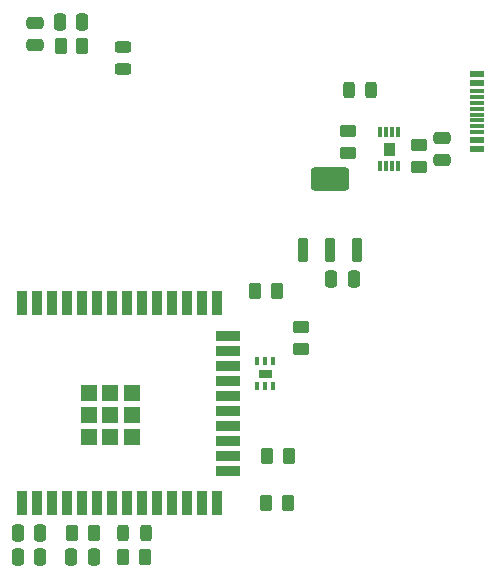
<source format=gbr>
%TF.GenerationSoftware,KiCad,Pcbnew,8.0.6-8.0.6-0~ubuntu24.04.1*%
%TF.CreationDate,2024-10-24T11:07:59+02:00*%
%TF.ProjectId,Projet1,50726f6a-6574-4312-9e6b-696361645f70,rev?*%
%TF.SameCoordinates,Original*%
%TF.FileFunction,Paste,Top*%
%TF.FilePolarity,Positive*%
%FSLAX46Y46*%
G04 Gerber Fmt 4.6, Leading zero omitted, Abs format (unit mm)*
G04 Created by KiCad (PCBNEW 8.0.6-8.0.6-0~ubuntu24.04.1) date 2024-10-24 11:07:59*
%MOMM*%
%LPD*%
G01*
G04 APERTURE LIST*
G04 Aperture macros list*
%AMRoundRect*
0 Rectangle with rounded corners*
0 $1 Rounding radius*
0 $2 $3 $4 $5 $6 $7 $8 $9 X,Y pos of 4 corners*
0 Add a 4 corners polygon primitive as box body*
4,1,4,$2,$3,$4,$5,$6,$7,$8,$9,$2,$3,0*
0 Add four circle primitives for the rounded corners*
1,1,$1+$1,$2,$3*
1,1,$1+$1,$4,$5*
1,1,$1+$1,$6,$7*
1,1,$1+$1,$8,$9*
0 Add four rect primitives between the rounded corners*
20,1,$1+$1,$2,$3,$4,$5,0*
20,1,$1+$1,$4,$5,$6,$7,0*
20,1,$1+$1,$6,$7,$8,$9,0*
20,1,$1+$1,$8,$9,$2,$3,0*%
G04 Aperture macros list end*
%ADD10C,0.010000*%
%ADD11RoundRect,0.250000X-0.450000X0.262500X-0.450000X-0.262500X0.450000X-0.262500X0.450000X0.262500X0*%
%ADD12RoundRect,0.250000X0.262500X0.450000X-0.262500X0.450000X-0.262500X-0.450000X0.262500X-0.450000X0*%
%ADD13RoundRect,0.250000X-0.262500X-0.450000X0.262500X-0.450000X0.262500X0.450000X-0.262500X0.450000X0*%
%ADD14RoundRect,0.250000X0.475000X-0.250000X0.475000X0.250000X-0.475000X0.250000X-0.475000X-0.250000X0*%
%ADD15RoundRect,0.111250X0.333750X-0.873750X0.333750X0.873750X-0.333750X0.873750X-0.333750X-0.873750X0*%
%ADD16RoundRect,0.246250X1.348750X-0.738750X1.348750X0.738750X-1.348750X0.738750X-1.348750X-0.738750X0*%
%ADD17R,0.900000X2.000000*%
%ADD18R,2.000000X0.900000*%
%ADD19R,1.330000X1.330000*%
%ADD20RoundRect,0.250000X0.250000X0.475000X-0.250000X0.475000X-0.250000X-0.475000X0.250000X-0.475000X0*%
%ADD21RoundRect,0.033750X-0.101250X0.386250X-0.101250X-0.386250X0.101250X-0.386250X0.101250X0.386250X0*%
%ADD22R,1.150000X0.600000*%
%ADD23R,1.150000X0.300000*%
%ADD24RoundRect,0.243750X-0.243750X-0.456250X0.243750X-0.456250X0.243750X0.456250X-0.243750X0.456250X0*%
%ADD25RoundRect,0.250000X-0.475000X0.250000X-0.475000X-0.250000X0.475000X-0.250000X0.475000X0.250000X0*%
%ADD26R,0.320000X0.660000*%
%ADD27RoundRect,0.243750X0.243750X0.456250X-0.243750X0.456250X-0.243750X-0.456250X0.243750X-0.456250X0*%
%ADD28RoundRect,0.250000X0.450000X-0.262500X0.450000X0.262500X-0.450000X0.262500X-0.450000X-0.262500X0*%
%ADD29RoundRect,0.243750X0.456250X-0.243750X0.456250X0.243750X-0.456250X0.243750X-0.456250X-0.243750X0*%
G04 APERTURE END LIST*
D10*
%TO.C,U1*%
X129950000Y-115510000D02*
X129050000Y-115510000D01*
X129050000Y-114490000D01*
X129950000Y-114490000D01*
X129950000Y-115510000D01*
G36*
X129950000Y-115510000D02*
G01*
X129050000Y-115510000D01*
X129050000Y-114490000D01*
X129950000Y-114490000D01*
X129950000Y-115510000D01*
G37*
%TO.C,U4*%
X119506000Y-134316000D02*
X118494000Y-134316000D01*
X118494000Y-133684000D01*
X119506000Y-133684000D01*
X119506000Y-134316000D01*
G36*
X119506000Y-134316000D02*
G01*
X118494000Y-134316000D01*
X118494000Y-133684000D01*
X119506000Y-133684000D01*
X119506000Y-134316000D01*
G37*
%TD*%
D11*
%TO.C,R11*%
X122000000Y-130087500D03*
X122000000Y-131912500D03*
%TD*%
D12*
%TO.C,R9*%
X120000000Y-127000000D03*
X118175000Y-127000000D03*
%TD*%
D13*
%TO.C,R6*%
X119175000Y-141000000D03*
X121000000Y-141000000D03*
%TD*%
D14*
%TO.C,C3*%
X99500000Y-106200000D03*
X99500000Y-104300000D03*
%TD*%
D15*
%TO.C,U2*%
X122200000Y-123550000D03*
X124500000Y-123550000D03*
X126800000Y-123550000D03*
D16*
X124500000Y-117500000D03*
%TD*%
D11*
%TO.C,R1*%
X126000000Y-113500000D03*
X126000000Y-115325000D03*
%TD*%
D17*
%TO.C,U3*%
X98380000Y-145000000D03*
X99650000Y-145000000D03*
X100920000Y-145000000D03*
X102190000Y-145000000D03*
X103460000Y-145000000D03*
X104730000Y-145000000D03*
X106000000Y-145000000D03*
X107270000Y-145000000D03*
X108540000Y-145000000D03*
X109810000Y-145000000D03*
X111080000Y-145000000D03*
X112350000Y-145000000D03*
X113620000Y-145000000D03*
X114890000Y-145000000D03*
D18*
X115890000Y-142215000D03*
X115890000Y-140945000D03*
X115890000Y-139675000D03*
X115890000Y-138405000D03*
X115890000Y-137135000D03*
X115890000Y-135865000D03*
X115890000Y-134595000D03*
X115890000Y-133325000D03*
X115890000Y-132055000D03*
X115890000Y-130785000D03*
D17*
X114890000Y-128000000D03*
X113620000Y-128000000D03*
X112350000Y-128000000D03*
X111080000Y-128000000D03*
X109810000Y-128000000D03*
X108540000Y-128000000D03*
X107270000Y-128000000D03*
X106000000Y-128000000D03*
X104730000Y-128000000D03*
X103460000Y-128000000D03*
X102190000Y-128000000D03*
X100920000Y-128000000D03*
X99650000Y-128000000D03*
X98380000Y-128000000D03*
D19*
X104045000Y-139335000D03*
X104045000Y-137500000D03*
X104045000Y-135665000D03*
X105880000Y-139335000D03*
X105880000Y-137500000D03*
X105880000Y-135665000D03*
X107715000Y-139335000D03*
X107715000Y-137500000D03*
X107715000Y-135665000D03*
%TD*%
D20*
%TO.C,C2*%
X103500000Y-104250000D03*
X101600000Y-104250000D03*
%TD*%
D12*
%TO.C,R10*%
X104500000Y-147500000D03*
X102675000Y-147500000D03*
%TD*%
D21*
%TO.C,U1*%
X130250000Y-113565000D03*
X129750000Y-113565000D03*
X129250000Y-113565000D03*
X128750000Y-113565000D03*
X128750000Y-116435000D03*
X129250000Y-116435000D03*
X129750000Y-116435000D03*
X130250000Y-116435000D03*
%TD*%
D20*
%TO.C,C6*%
X99950000Y-149500000D03*
X98050000Y-149500000D03*
%TD*%
D22*
%TO.C,J2*%
X136925000Y-115020000D03*
X136925000Y-114220000D03*
D23*
X136925000Y-113070000D03*
X136925000Y-112070000D03*
X136925000Y-111570000D03*
X136925000Y-110570000D03*
D22*
X136925000Y-108620000D03*
X136925000Y-109420000D03*
D23*
X136925000Y-110070000D03*
X136925000Y-111070000D03*
X136925000Y-112570000D03*
X136925000Y-113570000D03*
%TD*%
D13*
%TO.C,R8*%
X107000000Y-149500000D03*
X108825000Y-149500000D03*
%TD*%
%TO.C,R3*%
X101675000Y-106250000D03*
X103500000Y-106250000D03*
%TD*%
D20*
%TO.C,C5*%
X104500000Y-149500000D03*
X102600000Y-149500000D03*
%TD*%
%TO.C,C7*%
X99950000Y-147500000D03*
X98050000Y-147500000D03*
%TD*%
D24*
%TO.C,D2*%
X107000000Y-147500000D03*
X108875000Y-147500000D03*
%TD*%
D25*
%TO.C,C1*%
X134000000Y-114050000D03*
X134000000Y-115950000D03*
%TD*%
D13*
%TO.C,R5*%
X119087500Y-145000000D03*
X120912500Y-145000000D03*
%TD*%
D26*
%TO.C,U4*%
X118350000Y-135025000D03*
X119000000Y-135025000D03*
X119650000Y-135025000D03*
X119650000Y-132975000D03*
X119000000Y-132975000D03*
X118350000Y-132975000D03*
%TD*%
D27*
%TO.C,D3*%
X128000000Y-110000000D03*
X126125000Y-110000000D03*
%TD*%
D20*
%TO.C,C4*%
X126500000Y-126000000D03*
X124600000Y-126000000D03*
%TD*%
D28*
%TO.C,R2*%
X132000000Y-116500000D03*
X132000000Y-114675000D03*
%TD*%
D29*
%TO.C,D1*%
X107000000Y-108250000D03*
X107000000Y-106375000D03*
%TD*%
M02*

</source>
